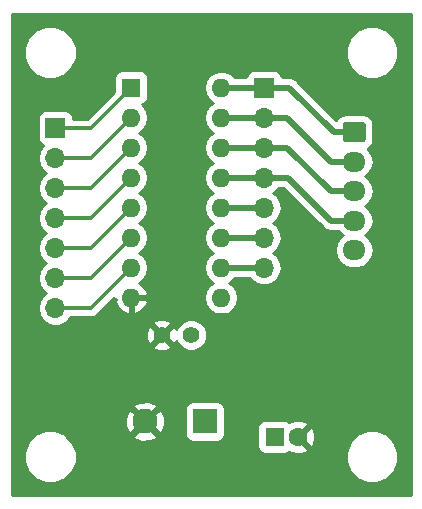
<source format=gbr>
G04 #@! TF.GenerationSoftware,KiCad,Pcbnew,5.0.1*
G04 #@! TF.CreationDate,2019-01-27T14:18:01-03:00*
G04 #@! TF.ProjectId,StepperDriver,537465707065724472697665722E6B69,1.0*
G04 #@! TF.SameCoordinates,Original*
G04 #@! TF.FileFunction,Copper,L2,Bot,Signal*
G04 #@! TF.FilePolarity,Positive*
%FSLAX46Y46*%
G04 Gerber Fmt 4.6, Leading zero omitted, Abs format (unit mm)*
G04 Created by KiCad (PCBNEW 5.0.1) date Sun 27 Jan 2019 14:18:01 -03*
%MOMM*%
%LPD*%
G01*
G04 APERTURE LIST*
G04 #@! TA.AperFunction,ComponentPad*
%ADD10R,1.700000X1.700000*%
G04 #@! TD*
G04 #@! TA.AperFunction,ComponentPad*
%ADD11O,1.700000X1.700000*%
G04 #@! TD*
G04 #@! TA.AperFunction,ComponentPad*
%ADD12R,1.600000X1.600000*%
G04 #@! TD*
G04 #@! TA.AperFunction,ComponentPad*
%ADD13O,1.600000X1.600000*%
G04 #@! TD*
G04 #@! TA.AperFunction,ComponentPad*
%ADD14C,1.400000*%
G04 #@! TD*
G04 #@! TA.AperFunction,ComponentPad*
%ADD15R,2.100000X2.100000*%
G04 #@! TD*
G04 #@! TA.AperFunction,ComponentPad*
%ADD16C,2.100000*%
G04 #@! TD*
G04 #@! TA.AperFunction,Conductor*
%ADD17C,0.100000*%
G04 #@! TD*
G04 #@! TA.AperFunction,ComponentPad*
%ADD18C,1.700000*%
G04 #@! TD*
G04 #@! TA.AperFunction,ComponentPad*
%ADD19O,1.950000X1.700000*%
G04 #@! TD*
G04 #@! TA.AperFunction,ComponentPad*
%ADD20C,1.600000*%
G04 #@! TD*
G04 #@! TA.AperFunction,Conductor*
%ADD21C,0.300000*%
G04 #@! TD*
G04 #@! TA.AperFunction,Conductor*
%ADD22C,0.500000*%
G04 #@! TD*
G04 #@! TA.AperFunction,Conductor*
%ADD23C,0.254000*%
G04 #@! TD*
G04 APERTURE END LIST*
D10*
G04 #@! TO.P,J1,1*
G04 #@! TO.N,Net-(J1-Pad1)*
X134700000Y-91910000D03*
D11*
G04 #@! TO.P,J1,2*
G04 #@! TO.N,Net-(J1-Pad2)*
X134700000Y-94450000D03*
G04 #@! TO.P,J1,3*
G04 #@! TO.N,Net-(J1-Pad3)*
X134700000Y-96990000D03*
G04 #@! TO.P,J1,4*
G04 #@! TO.N,Net-(J1-Pad4)*
X134700000Y-99530000D03*
G04 #@! TO.P,J1,5*
G04 #@! TO.N,Net-(J1-Pad5)*
X134700000Y-102070000D03*
G04 #@! TO.P,J1,6*
G04 #@! TO.N,Net-(J1-Pad6)*
X134700000Y-104610000D03*
G04 #@! TO.P,J1,7*
G04 #@! TO.N,Net-(J1-Pad7)*
X134700000Y-107150000D03*
G04 #@! TD*
D12*
G04 #@! TO.P,U1,1*
G04 #@! TO.N,Net-(J1-Pad1)*
X141110000Y-88485000D03*
D13*
G04 #@! TO.P,U1,9*
G04 #@! TO.N,MOTOR_PWR*
X148730000Y-106265000D03*
G04 #@! TO.P,U1,2*
G04 #@! TO.N,Net-(J1-Pad2)*
X141110000Y-91025000D03*
G04 #@! TO.P,U1,10*
G04 #@! TO.N,Net-(J4-Pad7)*
X148730000Y-103725000D03*
G04 #@! TO.P,U1,3*
G04 #@! TO.N,Net-(J1-Pad3)*
X141110000Y-93565000D03*
G04 #@! TO.P,U1,11*
G04 #@! TO.N,Net-(J4-Pad6)*
X148730000Y-101185000D03*
G04 #@! TO.P,U1,4*
G04 #@! TO.N,Net-(J1-Pad4)*
X141110000Y-96105000D03*
G04 #@! TO.P,U1,12*
G04 #@! TO.N,Net-(J4-Pad5)*
X148730000Y-98645000D03*
G04 #@! TO.P,U1,5*
G04 #@! TO.N,Net-(J1-Pad5)*
X141110000Y-98645000D03*
G04 #@! TO.P,U1,13*
G04 #@! TO.N,Net-(J3-Pad4)*
X148730000Y-96105000D03*
G04 #@! TO.P,U1,6*
G04 #@! TO.N,Net-(J1-Pad6)*
X141110000Y-101185000D03*
G04 #@! TO.P,U1,14*
G04 #@! TO.N,Net-(J3-Pad3)*
X148730000Y-93565000D03*
G04 #@! TO.P,U1,7*
G04 #@! TO.N,Net-(J1-Pad7)*
X141110000Y-103725000D03*
G04 #@! TO.P,U1,15*
G04 #@! TO.N,Net-(J3-Pad2)*
X148730000Y-91025000D03*
G04 #@! TO.P,U1,8*
G04 #@! TO.N,GND*
X141110000Y-106265000D03*
G04 #@! TO.P,U1,16*
G04 #@! TO.N,Net-(J3-Pad1)*
X148730000Y-88485000D03*
G04 #@! TD*
D14*
G04 #@! TO.P,C2,1*
G04 #@! TO.N,MOTOR_PWR*
X146190000Y-109440000D03*
G04 #@! TO.P,C2,2*
G04 #@! TO.N,GND*
X143690000Y-109440000D03*
G04 #@! TD*
D11*
G04 #@! TO.P,J4,7*
G04 #@! TO.N,Net-(J4-Pad7)*
X152354000Y-103725000D03*
G04 #@! TO.P,J4,6*
G04 #@! TO.N,Net-(J4-Pad6)*
X152354000Y-101185000D03*
G04 #@! TO.P,J4,5*
G04 #@! TO.N,Net-(J4-Pad5)*
X152354000Y-98645000D03*
G04 #@! TO.P,J4,4*
G04 #@! TO.N,Net-(J3-Pad4)*
X152354000Y-96105000D03*
G04 #@! TO.P,J4,3*
G04 #@! TO.N,Net-(J3-Pad3)*
X152354000Y-93565000D03*
G04 #@! TO.P,J4,2*
G04 #@! TO.N,Net-(J3-Pad2)*
X152354000Y-91025000D03*
D10*
G04 #@! TO.P,J4,1*
G04 #@! TO.N,Net-(J3-Pad1)*
X152354000Y-88485000D03*
G04 #@! TD*
D15*
G04 #@! TO.P,J2,1*
G04 #@! TO.N,MOTOR_PWR*
X147360000Y-116760000D03*
D16*
G04 #@! TO.P,J2,2*
G04 #@! TO.N,GND*
X142280000Y-116760000D03*
G04 #@! TD*
D17*
G04 #@! TO.N,Net-(J3-Pad1)*
G04 #@! TO.C,J3*
G36*
X160749504Y-91401204D02*
X160773773Y-91404804D01*
X160797571Y-91410765D01*
X160820671Y-91419030D01*
X160842849Y-91429520D01*
X160863893Y-91442133D01*
X160883598Y-91456747D01*
X160901777Y-91473223D01*
X160918253Y-91491402D01*
X160932867Y-91511107D01*
X160945480Y-91532151D01*
X160955970Y-91554329D01*
X160964235Y-91577429D01*
X160970196Y-91601227D01*
X160973796Y-91625496D01*
X160975000Y-91650000D01*
X160975000Y-92850000D01*
X160973796Y-92874504D01*
X160970196Y-92898773D01*
X160964235Y-92922571D01*
X160955970Y-92945671D01*
X160945480Y-92967849D01*
X160932867Y-92988893D01*
X160918253Y-93008598D01*
X160901777Y-93026777D01*
X160883598Y-93043253D01*
X160863893Y-93057867D01*
X160842849Y-93070480D01*
X160820671Y-93080970D01*
X160797571Y-93089235D01*
X160773773Y-93095196D01*
X160749504Y-93098796D01*
X160725000Y-93100000D01*
X159275000Y-93100000D01*
X159250496Y-93098796D01*
X159226227Y-93095196D01*
X159202429Y-93089235D01*
X159179329Y-93080970D01*
X159157151Y-93070480D01*
X159136107Y-93057867D01*
X159116402Y-93043253D01*
X159098223Y-93026777D01*
X159081747Y-93008598D01*
X159067133Y-92988893D01*
X159054520Y-92967849D01*
X159044030Y-92945671D01*
X159035765Y-92922571D01*
X159029804Y-92898773D01*
X159026204Y-92874504D01*
X159025000Y-92850000D01*
X159025000Y-91650000D01*
X159026204Y-91625496D01*
X159029804Y-91601227D01*
X159035765Y-91577429D01*
X159044030Y-91554329D01*
X159054520Y-91532151D01*
X159067133Y-91511107D01*
X159081747Y-91491402D01*
X159098223Y-91473223D01*
X159116402Y-91456747D01*
X159136107Y-91442133D01*
X159157151Y-91429520D01*
X159179329Y-91419030D01*
X159202429Y-91410765D01*
X159226227Y-91404804D01*
X159250496Y-91401204D01*
X159275000Y-91400000D01*
X160725000Y-91400000D01*
X160749504Y-91401204D01*
X160749504Y-91401204D01*
G37*
D18*
G04 #@! TD*
G04 #@! TO.P,J3,1*
G04 #@! TO.N,Net-(J3-Pad1)*
X160000000Y-92250000D03*
D19*
G04 #@! TO.P,J3,2*
G04 #@! TO.N,Net-(J3-Pad2)*
X160000000Y-94750000D03*
G04 #@! TO.P,J3,3*
G04 #@! TO.N,Net-(J3-Pad3)*
X160000000Y-97250000D03*
G04 #@! TO.P,J3,4*
G04 #@! TO.N,Net-(J3-Pad4)*
X160000000Y-99750000D03*
G04 #@! TO.P,J3,5*
G04 #@! TO.N,MOTOR_PWR*
X160000000Y-102250000D03*
G04 #@! TD*
D12*
G04 #@! TO.P,C1,1*
G04 #@! TO.N,MOTOR_PWR*
X153250000Y-118050000D03*
D20*
G04 #@! TO.P,C1,2*
G04 #@! TO.N,GND*
X155250000Y-118050000D03*
G04 #@! TD*
D21*
G04 #@! TO.N,Net-(J1-Pad2)*
X134700000Y-94450000D02*
X137685000Y-94450000D01*
X137685000Y-94450000D02*
X141110000Y-91025000D01*
G04 #@! TO.N,Net-(J1-Pad3)*
X134700000Y-96990000D02*
X137685000Y-96990000D01*
X137685000Y-96990000D02*
X141110000Y-93565000D01*
G04 #@! TO.N,Net-(J1-Pad4)*
X134700000Y-99530000D02*
X137685000Y-99530000D01*
X137685000Y-99530000D02*
X141110000Y-96105000D01*
G04 #@! TO.N,Net-(J1-Pad5)*
X137685000Y-102070000D02*
X141110000Y-98645000D01*
X134700000Y-102070000D02*
X137685000Y-102070000D01*
G04 #@! TO.N,Net-(J1-Pad6)*
X134700000Y-104610000D02*
X137685000Y-104610000D01*
X137685000Y-104610000D02*
X141110000Y-101185000D01*
G04 #@! TO.N,Net-(J1-Pad7)*
X137685000Y-107150000D02*
X141110000Y-103725000D01*
X134700000Y-107150000D02*
X137685000Y-107150000D01*
D22*
G04 #@! TO.N,Net-(J3-Pad1)*
X148730000Y-88485000D02*
X152354000Y-88485000D01*
X158250000Y-92250000D02*
X160000000Y-92250000D01*
X152354000Y-88485000D02*
X154485000Y-88485000D01*
X154485000Y-88485000D02*
X158250000Y-92250000D01*
G04 #@! TO.N,Net-(J3-Pad2)*
X148730000Y-91025000D02*
X152354000Y-91025000D01*
X152354000Y-91025000D02*
X154275000Y-91025000D01*
X154275000Y-91025000D02*
X158000000Y-94750000D01*
X158000000Y-94750000D02*
X160000000Y-94750000D01*
G04 #@! TO.N,Net-(J3-Pad3)*
X148730000Y-93565000D02*
X152354000Y-93565000D01*
X152354000Y-93565000D02*
X154315000Y-93565000D01*
X158000000Y-97250000D02*
X160000000Y-97250000D01*
X154315000Y-93565000D02*
X158000000Y-97250000D01*
G04 #@! TO.N,Net-(J3-Pad4)*
X148730000Y-96105000D02*
X152354000Y-96105000D01*
X158000000Y-99750000D02*
X160000000Y-99750000D01*
X152354000Y-96105000D02*
X154355000Y-96105000D01*
X154355000Y-96105000D02*
X158000000Y-99750000D01*
G04 #@! TO.N,Net-(J4-Pad5)*
X148730000Y-98645000D02*
X152354000Y-98645000D01*
G04 #@! TO.N,Net-(J4-Pad6)*
X148730000Y-101185000D02*
X152354000Y-101185000D01*
G04 #@! TO.N,Net-(J4-Pad7)*
X148730000Y-103725000D02*
X152354000Y-103725000D01*
D21*
G04 #@! TO.N,Net-(J1-Pad1)*
X134700000Y-91910000D02*
X137685000Y-91910000D01*
X137685000Y-91910000D02*
X141110000Y-88485000D01*
G04 #@! TD*
D23*
G04 #@! TO.N,GND*
G36*
X164765001Y-123015000D02*
X130985000Y-123015000D01*
X130985000Y-119305431D01*
X132015000Y-119305431D01*
X132015000Y-120194569D01*
X132355259Y-121016026D01*
X132983974Y-121644741D01*
X133805431Y-121985000D01*
X134694569Y-121985000D01*
X135516026Y-121644741D01*
X136144741Y-121016026D01*
X136485000Y-120194569D01*
X136485000Y-119305431D01*
X136144741Y-118483974D01*
X135609470Y-117948703D01*
X141270902Y-117948703D01*
X141375687Y-118220745D01*
X142003526Y-118455619D01*
X142673456Y-118432349D01*
X143184313Y-118220745D01*
X143289098Y-117948703D01*
X142280000Y-116939605D01*
X141270902Y-117948703D01*
X135609470Y-117948703D01*
X135516026Y-117855259D01*
X134694569Y-117515000D01*
X133805431Y-117515000D01*
X132983974Y-117855259D01*
X132355259Y-118483974D01*
X132015000Y-119305431D01*
X130985000Y-119305431D01*
X130985000Y-116483526D01*
X140584381Y-116483526D01*
X140607651Y-117153456D01*
X140819255Y-117664313D01*
X141091297Y-117769098D01*
X142100395Y-116760000D01*
X142459605Y-116760000D01*
X143468703Y-117769098D01*
X143740745Y-117664313D01*
X143975619Y-117036474D01*
X143952349Y-116366544D01*
X143740745Y-115855687D01*
X143468703Y-115750902D01*
X142459605Y-116760000D01*
X142100395Y-116760000D01*
X141091297Y-115750902D01*
X140819255Y-115855687D01*
X140584381Y-116483526D01*
X130985000Y-116483526D01*
X130985000Y-115571297D01*
X141270902Y-115571297D01*
X142280000Y-116580395D01*
X143150395Y-115710000D01*
X145662560Y-115710000D01*
X145662560Y-117810000D01*
X145711843Y-118057765D01*
X145852191Y-118267809D01*
X146062235Y-118408157D01*
X146310000Y-118457440D01*
X148410000Y-118457440D01*
X148657765Y-118408157D01*
X148867809Y-118267809D01*
X149008157Y-118057765D01*
X149057440Y-117810000D01*
X149057440Y-117250000D01*
X151802560Y-117250000D01*
X151802560Y-118850000D01*
X151851843Y-119097765D01*
X151992191Y-119307809D01*
X152202235Y-119448157D01*
X152450000Y-119497440D01*
X154050000Y-119497440D01*
X154297765Y-119448157D01*
X154507516Y-119308005D01*
X155033223Y-119496965D01*
X155603454Y-119469778D01*
X156000221Y-119305431D01*
X159265000Y-119305431D01*
X159265000Y-120194569D01*
X159605259Y-121016026D01*
X160233974Y-121644741D01*
X161055431Y-121985000D01*
X161944569Y-121985000D01*
X162766026Y-121644741D01*
X163394741Y-121016026D01*
X163735000Y-120194569D01*
X163735000Y-119305431D01*
X163394741Y-118483974D01*
X162766026Y-117855259D01*
X161944569Y-117515000D01*
X161055431Y-117515000D01*
X160233974Y-117855259D01*
X159605259Y-118483974D01*
X159265000Y-119305431D01*
X156000221Y-119305431D01*
X156004005Y-119303864D01*
X156078139Y-119057745D01*
X155250000Y-118229605D01*
X155235858Y-118243748D01*
X155056253Y-118064143D01*
X155070395Y-118050000D01*
X155429605Y-118050000D01*
X156257745Y-118878139D01*
X156503864Y-118804005D01*
X156696965Y-118266777D01*
X156669778Y-117696546D01*
X156503864Y-117295995D01*
X156257745Y-117221861D01*
X155429605Y-118050000D01*
X155070395Y-118050000D01*
X155056253Y-118035858D01*
X155235858Y-117856252D01*
X155250000Y-117870395D01*
X156078139Y-117042255D01*
X156004005Y-116796136D01*
X155466777Y-116603035D01*
X154896546Y-116630222D01*
X154506933Y-116791605D01*
X154297765Y-116651843D01*
X154050000Y-116602560D01*
X152450000Y-116602560D01*
X152202235Y-116651843D01*
X151992191Y-116792191D01*
X151851843Y-117002235D01*
X151802560Y-117250000D01*
X149057440Y-117250000D01*
X149057440Y-115710000D01*
X149008157Y-115462235D01*
X148867809Y-115252191D01*
X148657765Y-115111843D01*
X148410000Y-115062560D01*
X146310000Y-115062560D01*
X146062235Y-115111843D01*
X145852191Y-115252191D01*
X145711843Y-115462235D01*
X145662560Y-115710000D01*
X143150395Y-115710000D01*
X143289098Y-115571297D01*
X143184313Y-115299255D01*
X142556474Y-115064381D01*
X141886544Y-115087651D01*
X141375687Y-115299255D01*
X141270902Y-115571297D01*
X130985000Y-115571297D01*
X130985000Y-110375275D01*
X142934331Y-110375275D01*
X142996169Y-110611042D01*
X143497122Y-110787419D01*
X144027440Y-110758664D01*
X144383831Y-110611042D01*
X144445669Y-110375275D01*
X143690000Y-109619605D01*
X142934331Y-110375275D01*
X130985000Y-110375275D01*
X130985000Y-109247122D01*
X142342581Y-109247122D01*
X142371336Y-109777440D01*
X142518958Y-110133831D01*
X142754725Y-110195669D01*
X143510395Y-109440000D01*
X143869605Y-109440000D01*
X144625275Y-110195669D01*
X144861042Y-110133831D01*
X144939775Y-109910212D01*
X145058242Y-110196217D01*
X145433783Y-110571758D01*
X145924452Y-110775000D01*
X146455548Y-110775000D01*
X146946217Y-110571758D01*
X147321758Y-110196217D01*
X147525000Y-109705548D01*
X147525000Y-109174452D01*
X147321758Y-108683783D01*
X146946217Y-108308242D01*
X146455548Y-108105000D01*
X145924452Y-108105000D01*
X145433783Y-108308242D01*
X145058242Y-108683783D01*
X144946721Y-108953017D01*
X144861042Y-108746169D01*
X144625275Y-108684331D01*
X143869605Y-109440000D01*
X143510395Y-109440000D01*
X142754725Y-108684331D01*
X142518958Y-108746169D01*
X142342581Y-109247122D01*
X130985000Y-109247122D01*
X130985000Y-94450000D01*
X133185908Y-94450000D01*
X133301161Y-95029418D01*
X133629375Y-95520625D01*
X133927761Y-95720000D01*
X133629375Y-95919375D01*
X133301161Y-96410582D01*
X133185908Y-96990000D01*
X133301161Y-97569418D01*
X133629375Y-98060625D01*
X133927761Y-98260000D01*
X133629375Y-98459375D01*
X133301161Y-98950582D01*
X133185908Y-99530000D01*
X133301161Y-100109418D01*
X133629375Y-100600625D01*
X133927761Y-100800000D01*
X133629375Y-100999375D01*
X133301161Y-101490582D01*
X133185908Y-102070000D01*
X133301161Y-102649418D01*
X133629375Y-103140625D01*
X133927761Y-103340000D01*
X133629375Y-103539375D01*
X133301161Y-104030582D01*
X133185908Y-104610000D01*
X133301161Y-105189418D01*
X133629375Y-105680625D01*
X133927761Y-105880000D01*
X133629375Y-106079375D01*
X133301161Y-106570582D01*
X133185908Y-107150000D01*
X133301161Y-107729418D01*
X133629375Y-108220625D01*
X134120582Y-108548839D01*
X134553744Y-108635000D01*
X134846256Y-108635000D01*
X135279418Y-108548839D01*
X135345439Y-108504725D01*
X142934331Y-108504725D01*
X143690000Y-109260395D01*
X144445669Y-108504725D01*
X144383831Y-108268958D01*
X143882878Y-108092581D01*
X143352560Y-108121336D01*
X142996169Y-108268958D01*
X142934331Y-108504725D01*
X135345439Y-108504725D01*
X135770625Y-108220625D01*
X135961474Y-107935000D01*
X137607688Y-107935000D01*
X137685000Y-107950378D01*
X137762312Y-107935000D01*
X137762316Y-107935000D01*
X137991292Y-107889454D01*
X138250953Y-107715953D01*
X138294749Y-107650408D01*
X139675000Y-106270157D01*
X139675000Y-106392002D01*
X139840084Y-106392002D01*
X139718096Y-106614039D01*
X139878959Y-107002423D01*
X140254866Y-107417389D01*
X140760959Y-107656914D01*
X140983000Y-107535629D01*
X140983000Y-106392000D01*
X141237000Y-106392000D01*
X141237000Y-107535629D01*
X141459041Y-107656914D01*
X141965134Y-107417389D01*
X142341041Y-107002423D01*
X142501904Y-106614039D01*
X142379915Y-106392000D01*
X141237000Y-106392000D01*
X140983000Y-106392000D01*
X140963000Y-106392000D01*
X140963000Y-106138000D01*
X140983000Y-106138000D01*
X140983000Y-106118000D01*
X141237000Y-106118000D01*
X141237000Y-106138000D01*
X142379915Y-106138000D01*
X142501904Y-105915961D01*
X142341041Y-105527577D01*
X141965134Y-105112611D01*
X141760892Y-105015947D01*
X142144577Y-104759577D01*
X142461740Y-104284909D01*
X142573113Y-103725000D01*
X142461740Y-103165091D01*
X142144577Y-102690423D01*
X141792242Y-102455000D01*
X142144577Y-102219577D01*
X142461740Y-101744909D01*
X142573113Y-101185000D01*
X142461740Y-100625091D01*
X142144577Y-100150423D01*
X141792242Y-99915000D01*
X142144577Y-99679577D01*
X142461740Y-99204909D01*
X142573113Y-98645000D01*
X142461740Y-98085091D01*
X142144577Y-97610423D01*
X141792242Y-97375000D01*
X142144577Y-97139577D01*
X142461740Y-96664909D01*
X142573113Y-96105000D01*
X142461740Y-95545091D01*
X142144577Y-95070423D01*
X141792242Y-94835000D01*
X142144577Y-94599577D01*
X142461740Y-94124909D01*
X142573113Y-93565000D01*
X142461740Y-93005091D01*
X142144577Y-92530423D01*
X141792242Y-92295000D01*
X142144577Y-92059577D01*
X142461740Y-91584909D01*
X142573113Y-91025000D01*
X142461740Y-90465091D01*
X142144577Y-89990423D01*
X142023894Y-89909785D01*
X142157765Y-89883157D01*
X142367809Y-89742809D01*
X142508157Y-89532765D01*
X142557440Y-89285000D01*
X142557440Y-88485000D01*
X147266887Y-88485000D01*
X147378260Y-89044909D01*
X147695423Y-89519577D01*
X148047758Y-89755000D01*
X147695423Y-89990423D01*
X147378260Y-90465091D01*
X147266887Y-91025000D01*
X147378260Y-91584909D01*
X147695423Y-92059577D01*
X148047758Y-92295000D01*
X147695423Y-92530423D01*
X147378260Y-93005091D01*
X147266887Y-93565000D01*
X147378260Y-94124909D01*
X147695423Y-94599577D01*
X148047758Y-94835000D01*
X147695423Y-95070423D01*
X147378260Y-95545091D01*
X147266887Y-96105000D01*
X147378260Y-96664909D01*
X147695423Y-97139577D01*
X148047758Y-97375000D01*
X147695423Y-97610423D01*
X147378260Y-98085091D01*
X147266887Y-98645000D01*
X147378260Y-99204909D01*
X147695423Y-99679577D01*
X148047758Y-99915000D01*
X147695423Y-100150423D01*
X147378260Y-100625091D01*
X147266887Y-101185000D01*
X147378260Y-101744909D01*
X147695423Y-102219577D01*
X148047758Y-102455000D01*
X147695423Y-102690423D01*
X147378260Y-103165091D01*
X147266887Y-103725000D01*
X147378260Y-104284909D01*
X147695423Y-104759577D01*
X148047758Y-104995000D01*
X147695423Y-105230423D01*
X147378260Y-105705091D01*
X147266887Y-106265000D01*
X147378260Y-106824909D01*
X147695423Y-107299577D01*
X148170091Y-107616740D01*
X148588667Y-107700000D01*
X148871333Y-107700000D01*
X149289909Y-107616740D01*
X149764577Y-107299577D01*
X150081740Y-106824909D01*
X150193113Y-106265000D01*
X150081740Y-105705091D01*
X149764577Y-105230423D01*
X149412242Y-104995000D01*
X149764577Y-104759577D01*
X149864521Y-104610000D01*
X151159344Y-104610000D01*
X151283375Y-104795625D01*
X151774582Y-105123839D01*
X152207744Y-105210000D01*
X152500256Y-105210000D01*
X152933418Y-105123839D01*
X153424625Y-104795625D01*
X153752839Y-104304418D01*
X153868092Y-103725000D01*
X153752839Y-103145582D01*
X153424625Y-102654375D01*
X153126239Y-102455000D01*
X153424625Y-102255625D01*
X153752839Y-101764418D01*
X153868092Y-101185000D01*
X153752839Y-100605582D01*
X153424625Y-100114375D01*
X153126239Y-99915000D01*
X153424625Y-99715625D01*
X153752839Y-99224418D01*
X153868092Y-98645000D01*
X153752839Y-98065582D01*
X153424625Y-97574375D01*
X153126239Y-97375000D01*
X153424625Y-97175625D01*
X153548656Y-96990000D01*
X153988422Y-96990000D01*
X157312577Y-100314156D01*
X157361951Y-100388049D01*
X157435844Y-100437423D01*
X157435845Y-100437424D01*
X157448002Y-100445547D01*
X157654690Y-100583652D01*
X157912835Y-100635000D01*
X157912839Y-100635000D01*
X157999999Y-100652337D01*
X158087159Y-100635000D01*
X158680344Y-100635000D01*
X158804375Y-100820625D01*
X159072829Y-101000000D01*
X158804375Y-101179375D01*
X158476161Y-101670582D01*
X158360908Y-102250000D01*
X158476161Y-102829418D01*
X158804375Y-103320625D01*
X159295582Y-103648839D01*
X159728744Y-103735000D01*
X160271256Y-103735000D01*
X160704418Y-103648839D01*
X161195625Y-103320625D01*
X161523839Y-102829418D01*
X161639092Y-102250000D01*
X161523839Y-101670582D01*
X161195625Y-101179375D01*
X160927171Y-101000000D01*
X161195625Y-100820625D01*
X161523839Y-100329418D01*
X161639092Y-99750000D01*
X161523839Y-99170582D01*
X161195625Y-98679375D01*
X160927171Y-98500000D01*
X161195625Y-98320625D01*
X161523839Y-97829418D01*
X161639092Y-97250000D01*
X161523839Y-96670582D01*
X161195625Y-96179375D01*
X160927171Y-96000000D01*
X161195625Y-95820625D01*
X161523839Y-95329418D01*
X161639092Y-94750000D01*
X161523839Y-94170582D01*
X161195625Y-93679375D01*
X161131844Y-93636758D01*
X161359586Y-93484586D01*
X161554126Y-93193435D01*
X161622440Y-92850000D01*
X161622440Y-91650000D01*
X161554126Y-91306565D01*
X161359586Y-91015414D01*
X161068435Y-90820874D01*
X160725000Y-90752560D01*
X159275000Y-90752560D01*
X158931565Y-90820874D01*
X158640414Y-91015414D01*
X158490843Y-91239264D01*
X155172425Y-87920847D01*
X155123049Y-87846951D01*
X154830310Y-87651348D01*
X154572165Y-87600000D01*
X154572161Y-87600000D01*
X154485000Y-87582663D01*
X154397839Y-87600000D01*
X153844478Y-87600000D01*
X153802157Y-87387235D01*
X153661809Y-87177191D01*
X153451765Y-87036843D01*
X153204000Y-86987560D01*
X151504000Y-86987560D01*
X151256235Y-87036843D01*
X151046191Y-87177191D01*
X150905843Y-87387235D01*
X150863522Y-87600000D01*
X149864521Y-87600000D01*
X149764577Y-87450423D01*
X149289909Y-87133260D01*
X148871333Y-87050000D01*
X148588667Y-87050000D01*
X148170091Y-87133260D01*
X147695423Y-87450423D01*
X147378260Y-87925091D01*
X147266887Y-88485000D01*
X142557440Y-88485000D01*
X142557440Y-87685000D01*
X142508157Y-87437235D01*
X142367809Y-87227191D01*
X142157765Y-87086843D01*
X141910000Y-87037560D01*
X140310000Y-87037560D01*
X140062235Y-87086843D01*
X139852191Y-87227191D01*
X139711843Y-87437235D01*
X139662560Y-87685000D01*
X139662560Y-88822282D01*
X137359843Y-91125000D01*
X136197440Y-91125000D01*
X136197440Y-91060000D01*
X136148157Y-90812235D01*
X136007809Y-90602191D01*
X135797765Y-90461843D01*
X135550000Y-90412560D01*
X133850000Y-90412560D01*
X133602235Y-90461843D01*
X133392191Y-90602191D01*
X133251843Y-90812235D01*
X133202560Y-91060000D01*
X133202560Y-92760000D01*
X133251843Y-93007765D01*
X133392191Y-93217809D01*
X133602235Y-93358157D01*
X133647619Y-93367184D01*
X133629375Y-93379375D01*
X133301161Y-93870582D01*
X133185908Y-94450000D01*
X130985000Y-94450000D01*
X130985000Y-85055431D01*
X132015000Y-85055431D01*
X132015000Y-85944569D01*
X132355259Y-86766026D01*
X132983974Y-87394741D01*
X133805431Y-87735000D01*
X134694569Y-87735000D01*
X135516026Y-87394741D01*
X136144741Y-86766026D01*
X136485000Y-85944569D01*
X136485000Y-85055431D01*
X159265000Y-85055431D01*
X159265000Y-85944569D01*
X159605259Y-86766026D01*
X160233974Y-87394741D01*
X161055431Y-87735000D01*
X161944569Y-87735000D01*
X162766026Y-87394741D01*
X163394741Y-86766026D01*
X163735000Y-85944569D01*
X163735000Y-85055431D01*
X163394741Y-84233974D01*
X162766026Y-83605259D01*
X161944569Y-83265000D01*
X161055431Y-83265000D01*
X160233974Y-83605259D01*
X159605259Y-84233974D01*
X159265000Y-85055431D01*
X136485000Y-85055431D01*
X136144741Y-84233974D01*
X135516026Y-83605259D01*
X134694569Y-83265000D01*
X133805431Y-83265000D01*
X132983974Y-83605259D01*
X132355259Y-84233974D01*
X132015000Y-85055431D01*
X130985000Y-85055431D01*
X130985000Y-82235000D01*
X164765000Y-82235000D01*
X164765001Y-123015000D01*
X164765001Y-123015000D01*
G37*
X164765001Y-123015000D02*
X130985000Y-123015000D01*
X130985000Y-119305431D01*
X132015000Y-119305431D01*
X132015000Y-120194569D01*
X132355259Y-121016026D01*
X132983974Y-121644741D01*
X133805431Y-121985000D01*
X134694569Y-121985000D01*
X135516026Y-121644741D01*
X136144741Y-121016026D01*
X136485000Y-120194569D01*
X136485000Y-119305431D01*
X136144741Y-118483974D01*
X135609470Y-117948703D01*
X141270902Y-117948703D01*
X141375687Y-118220745D01*
X142003526Y-118455619D01*
X142673456Y-118432349D01*
X143184313Y-118220745D01*
X143289098Y-117948703D01*
X142280000Y-116939605D01*
X141270902Y-117948703D01*
X135609470Y-117948703D01*
X135516026Y-117855259D01*
X134694569Y-117515000D01*
X133805431Y-117515000D01*
X132983974Y-117855259D01*
X132355259Y-118483974D01*
X132015000Y-119305431D01*
X130985000Y-119305431D01*
X130985000Y-116483526D01*
X140584381Y-116483526D01*
X140607651Y-117153456D01*
X140819255Y-117664313D01*
X141091297Y-117769098D01*
X142100395Y-116760000D01*
X142459605Y-116760000D01*
X143468703Y-117769098D01*
X143740745Y-117664313D01*
X143975619Y-117036474D01*
X143952349Y-116366544D01*
X143740745Y-115855687D01*
X143468703Y-115750902D01*
X142459605Y-116760000D01*
X142100395Y-116760000D01*
X141091297Y-115750902D01*
X140819255Y-115855687D01*
X140584381Y-116483526D01*
X130985000Y-116483526D01*
X130985000Y-115571297D01*
X141270902Y-115571297D01*
X142280000Y-116580395D01*
X143150395Y-115710000D01*
X145662560Y-115710000D01*
X145662560Y-117810000D01*
X145711843Y-118057765D01*
X145852191Y-118267809D01*
X146062235Y-118408157D01*
X146310000Y-118457440D01*
X148410000Y-118457440D01*
X148657765Y-118408157D01*
X148867809Y-118267809D01*
X149008157Y-118057765D01*
X149057440Y-117810000D01*
X149057440Y-117250000D01*
X151802560Y-117250000D01*
X151802560Y-118850000D01*
X151851843Y-119097765D01*
X151992191Y-119307809D01*
X152202235Y-119448157D01*
X152450000Y-119497440D01*
X154050000Y-119497440D01*
X154297765Y-119448157D01*
X154507516Y-119308005D01*
X155033223Y-119496965D01*
X155603454Y-119469778D01*
X156000221Y-119305431D01*
X159265000Y-119305431D01*
X159265000Y-120194569D01*
X159605259Y-121016026D01*
X160233974Y-121644741D01*
X161055431Y-121985000D01*
X161944569Y-121985000D01*
X162766026Y-121644741D01*
X163394741Y-121016026D01*
X163735000Y-120194569D01*
X163735000Y-119305431D01*
X163394741Y-118483974D01*
X162766026Y-117855259D01*
X161944569Y-117515000D01*
X161055431Y-117515000D01*
X160233974Y-117855259D01*
X159605259Y-118483974D01*
X159265000Y-119305431D01*
X156000221Y-119305431D01*
X156004005Y-119303864D01*
X156078139Y-119057745D01*
X155250000Y-118229605D01*
X155235858Y-118243748D01*
X155056253Y-118064143D01*
X155070395Y-118050000D01*
X155429605Y-118050000D01*
X156257745Y-118878139D01*
X156503864Y-118804005D01*
X156696965Y-118266777D01*
X156669778Y-117696546D01*
X156503864Y-117295995D01*
X156257745Y-117221861D01*
X155429605Y-118050000D01*
X155070395Y-118050000D01*
X155056253Y-118035858D01*
X155235858Y-117856252D01*
X155250000Y-117870395D01*
X156078139Y-117042255D01*
X156004005Y-116796136D01*
X155466777Y-116603035D01*
X154896546Y-116630222D01*
X154506933Y-116791605D01*
X154297765Y-116651843D01*
X154050000Y-116602560D01*
X152450000Y-116602560D01*
X152202235Y-116651843D01*
X151992191Y-116792191D01*
X151851843Y-117002235D01*
X151802560Y-117250000D01*
X149057440Y-117250000D01*
X149057440Y-115710000D01*
X149008157Y-115462235D01*
X148867809Y-115252191D01*
X148657765Y-115111843D01*
X148410000Y-115062560D01*
X146310000Y-115062560D01*
X146062235Y-115111843D01*
X145852191Y-115252191D01*
X145711843Y-115462235D01*
X145662560Y-115710000D01*
X143150395Y-115710000D01*
X143289098Y-115571297D01*
X143184313Y-115299255D01*
X142556474Y-115064381D01*
X141886544Y-115087651D01*
X141375687Y-115299255D01*
X141270902Y-115571297D01*
X130985000Y-115571297D01*
X130985000Y-110375275D01*
X142934331Y-110375275D01*
X142996169Y-110611042D01*
X143497122Y-110787419D01*
X144027440Y-110758664D01*
X144383831Y-110611042D01*
X144445669Y-110375275D01*
X143690000Y-109619605D01*
X142934331Y-110375275D01*
X130985000Y-110375275D01*
X130985000Y-109247122D01*
X142342581Y-109247122D01*
X142371336Y-109777440D01*
X142518958Y-110133831D01*
X142754725Y-110195669D01*
X143510395Y-109440000D01*
X143869605Y-109440000D01*
X144625275Y-110195669D01*
X144861042Y-110133831D01*
X144939775Y-109910212D01*
X145058242Y-110196217D01*
X145433783Y-110571758D01*
X145924452Y-110775000D01*
X146455548Y-110775000D01*
X146946217Y-110571758D01*
X147321758Y-110196217D01*
X147525000Y-109705548D01*
X147525000Y-109174452D01*
X147321758Y-108683783D01*
X146946217Y-108308242D01*
X146455548Y-108105000D01*
X145924452Y-108105000D01*
X145433783Y-108308242D01*
X145058242Y-108683783D01*
X144946721Y-108953017D01*
X144861042Y-108746169D01*
X144625275Y-108684331D01*
X143869605Y-109440000D01*
X143510395Y-109440000D01*
X142754725Y-108684331D01*
X142518958Y-108746169D01*
X142342581Y-109247122D01*
X130985000Y-109247122D01*
X130985000Y-94450000D01*
X133185908Y-94450000D01*
X133301161Y-95029418D01*
X133629375Y-95520625D01*
X133927761Y-95720000D01*
X133629375Y-95919375D01*
X133301161Y-96410582D01*
X133185908Y-96990000D01*
X133301161Y-97569418D01*
X133629375Y-98060625D01*
X133927761Y-98260000D01*
X133629375Y-98459375D01*
X133301161Y-98950582D01*
X133185908Y-99530000D01*
X133301161Y-100109418D01*
X133629375Y-100600625D01*
X133927761Y-100800000D01*
X133629375Y-100999375D01*
X133301161Y-101490582D01*
X133185908Y-102070000D01*
X133301161Y-102649418D01*
X133629375Y-103140625D01*
X133927761Y-103340000D01*
X133629375Y-103539375D01*
X133301161Y-104030582D01*
X133185908Y-104610000D01*
X133301161Y-105189418D01*
X133629375Y-105680625D01*
X133927761Y-105880000D01*
X133629375Y-106079375D01*
X133301161Y-106570582D01*
X133185908Y-107150000D01*
X133301161Y-107729418D01*
X133629375Y-108220625D01*
X134120582Y-108548839D01*
X134553744Y-108635000D01*
X134846256Y-108635000D01*
X135279418Y-108548839D01*
X135345439Y-108504725D01*
X142934331Y-108504725D01*
X143690000Y-109260395D01*
X144445669Y-108504725D01*
X144383831Y-108268958D01*
X143882878Y-108092581D01*
X143352560Y-108121336D01*
X142996169Y-108268958D01*
X142934331Y-108504725D01*
X135345439Y-108504725D01*
X135770625Y-108220625D01*
X135961474Y-107935000D01*
X137607688Y-107935000D01*
X137685000Y-107950378D01*
X137762312Y-107935000D01*
X137762316Y-107935000D01*
X137991292Y-107889454D01*
X138250953Y-107715953D01*
X138294749Y-107650408D01*
X139675000Y-106270157D01*
X139675000Y-106392002D01*
X139840084Y-106392002D01*
X139718096Y-106614039D01*
X139878959Y-107002423D01*
X140254866Y-107417389D01*
X140760959Y-107656914D01*
X140983000Y-107535629D01*
X140983000Y-106392000D01*
X141237000Y-106392000D01*
X141237000Y-107535629D01*
X141459041Y-107656914D01*
X141965134Y-107417389D01*
X142341041Y-107002423D01*
X142501904Y-106614039D01*
X142379915Y-106392000D01*
X141237000Y-106392000D01*
X140983000Y-106392000D01*
X140963000Y-106392000D01*
X140963000Y-106138000D01*
X140983000Y-106138000D01*
X140983000Y-106118000D01*
X141237000Y-106118000D01*
X141237000Y-106138000D01*
X142379915Y-106138000D01*
X142501904Y-105915961D01*
X142341041Y-105527577D01*
X141965134Y-105112611D01*
X141760892Y-105015947D01*
X142144577Y-104759577D01*
X142461740Y-104284909D01*
X142573113Y-103725000D01*
X142461740Y-103165091D01*
X142144577Y-102690423D01*
X141792242Y-102455000D01*
X142144577Y-102219577D01*
X142461740Y-101744909D01*
X142573113Y-101185000D01*
X142461740Y-100625091D01*
X142144577Y-100150423D01*
X141792242Y-99915000D01*
X142144577Y-99679577D01*
X142461740Y-99204909D01*
X142573113Y-98645000D01*
X142461740Y-98085091D01*
X142144577Y-97610423D01*
X141792242Y-97375000D01*
X142144577Y-97139577D01*
X142461740Y-96664909D01*
X142573113Y-96105000D01*
X142461740Y-95545091D01*
X142144577Y-95070423D01*
X141792242Y-94835000D01*
X142144577Y-94599577D01*
X142461740Y-94124909D01*
X142573113Y-93565000D01*
X142461740Y-93005091D01*
X142144577Y-92530423D01*
X141792242Y-92295000D01*
X142144577Y-92059577D01*
X142461740Y-91584909D01*
X142573113Y-91025000D01*
X142461740Y-90465091D01*
X142144577Y-89990423D01*
X142023894Y-89909785D01*
X142157765Y-89883157D01*
X142367809Y-89742809D01*
X142508157Y-89532765D01*
X142557440Y-89285000D01*
X142557440Y-88485000D01*
X147266887Y-88485000D01*
X147378260Y-89044909D01*
X147695423Y-89519577D01*
X148047758Y-89755000D01*
X147695423Y-89990423D01*
X147378260Y-90465091D01*
X147266887Y-91025000D01*
X147378260Y-91584909D01*
X147695423Y-92059577D01*
X148047758Y-92295000D01*
X147695423Y-92530423D01*
X147378260Y-93005091D01*
X147266887Y-93565000D01*
X147378260Y-94124909D01*
X147695423Y-94599577D01*
X148047758Y-94835000D01*
X147695423Y-95070423D01*
X147378260Y-95545091D01*
X147266887Y-96105000D01*
X147378260Y-96664909D01*
X147695423Y-97139577D01*
X148047758Y-97375000D01*
X147695423Y-97610423D01*
X147378260Y-98085091D01*
X147266887Y-98645000D01*
X147378260Y-99204909D01*
X147695423Y-99679577D01*
X148047758Y-99915000D01*
X147695423Y-100150423D01*
X147378260Y-100625091D01*
X147266887Y-101185000D01*
X147378260Y-101744909D01*
X147695423Y-102219577D01*
X148047758Y-102455000D01*
X147695423Y-102690423D01*
X147378260Y-103165091D01*
X147266887Y-103725000D01*
X147378260Y-104284909D01*
X147695423Y-104759577D01*
X148047758Y-104995000D01*
X147695423Y-105230423D01*
X147378260Y-105705091D01*
X147266887Y-106265000D01*
X147378260Y-106824909D01*
X147695423Y-107299577D01*
X148170091Y-107616740D01*
X148588667Y-107700000D01*
X148871333Y-107700000D01*
X149289909Y-107616740D01*
X149764577Y-107299577D01*
X150081740Y-106824909D01*
X150193113Y-106265000D01*
X150081740Y-105705091D01*
X149764577Y-105230423D01*
X149412242Y-104995000D01*
X149764577Y-104759577D01*
X149864521Y-104610000D01*
X151159344Y-104610000D01*
X151283375Y-104795625D01*
X151774582Y-105123839D01*
X152207744Y-105210000D01*
X152500256Y-105210000D01*
X152933418Y-105123839D01*
X153424625Y-104795625D01*
X153752839Y-104304418D01*
X153868092Y-103725000D01*
X153752839Y-103145582D01*
X153424625Y-102654375D01*
X153126239Y-102455000D01*
X153424625Y-102255625D01*
X153752839Y-101764418D01*
X153868092Y-101185000D01*
X153752839Y-100605582D01*
X153424625Y-100114375D01*
X153126239Y-99915000D01*
X153424625Y-99715625D01*
X153752839Y-99224418D01*
X153868092Y-98645000D01*
X153752839Y-98065582D01*
X153424625Y-97574375D01*
X153126239Y-97375000D01*
X153424625Y-97175625D01*
X153548656Y-96990000D01*
X153988422Y-96990000D01*
X157312577Y-100314156D01*
X157361951Y-100388049D01*
X157435844Y-100437423D01*
X157435845Y-100437424D01*
X157448002Y-100445547D01*
X157654690Y-100583652D01*
X157912835Y-100635000D01*
X157912839Y-100635000D01*
X157999999Y-100652337D01*
X158087159Y-100635000D01*
X158680344Y-100635000D01*
X158804375Y-100820625D01*
X159072829Y-101000000D01*
X158804375Y-101179375D01*
X158476161Y-101670582D01*
X158360908Y-102250000D01*
X158476161Y-102829418D01*
X158804375Y-103320625D01*
X159295582Y-103648839D01*
X159728744Y-103735000D01*
X160271256Y-103735000D01*
X160704418Y-103648839D01*
X161195625Y-103320625D01*
X161523839Y-102829418D01*
X161639092Y-102250000D01*
X161523839Y-101670582D01*
X161195625Y-101179375D01*
X160927171Y-101000000D01*
X161195625Y-100820625D01*
X161523839Y-100329418D01*
X161639092Y-99750000D01*
X161523839Y-99170582D01*
X161195625Y-98679375D01*
X160927171Y-98500000D01*
X161195625Y-98320625D01*
X161523839Y-97829418D01*
X161639092Y-97250000D01*
X161523839Y-96670582D01*
X161195625Y-96179375D01*
X160927171Y-96000000D01*
X161195625Y-95820625D01*
X161523839Y-95329418D01*
X161639092Y-94750000D01*
X161523839Y-94170582D01*
X161195625Y-93679375D01*
X161131844Y-93636758D01*
X161359586Y-93484586D01*
X161554126Y-93193435D01*
X161622440Y-92850000D01*
X161622440Y-91650000D01*
X161554126Y-91306565D01*
X161359586Y-91015414D01*
X161068435Y-90820874D01*
X160725000Y-90752560D01*
X159275000Y-90752560D01*
X158931565Y-90820874D01*
X158640414Y-91015414D01*
X158490843Y-91239264D01*
X155172425Y-87920847D01*
X155123049Y-87846951D01*
X154830310Y-87651348D01*
X154572165Y-87600000D01*
X154572161Y-87600000D01*
X154485000Y-87582663D01*
X154397839Y-87600000D01*
X153844478Y-87600000D01*
X153802157Y-87387235D01*
X153661809Y-87177191D01*
X153451765Y-87036843D01*
X153204000Y-86987560D01*
X151504000Y-86987560D01*
X151256235Y-87036843D01*
X151046191Y-87177191D01*
X150905843Y-87387235D01*
X150863522Y-87600000D01*
X149864521Y-87600000D01*
X149764577Y-87450423D01*
X149289909Y-87133260D01*
X148871333Y-87050000D01*
X148588667Y-87050000D01*
X148170091Y-87133260D01*
X147695423Y-87450423D01*
X147378260Y-87925091D01*
X147266887Y-88485000D01*
X142557440Y-88485000D01*
X142557440Y-87685000D01*
X142508157Y-87437235D01*
X142367809Y-87227191D01*
X142157765Y-87086843D01*
X141910000Y-87037560D01*
X140310000Y-87037560D01*
X140062235Y-87086843D01*
X139852191Y-87227191D01*
X139711843Y-87437235D01*
X139662560Y-87685000D01*
X139662560Y-88822282D01*
X137359843Y-91125000D01*
X136197440Y-91125000D01*
X136197440Y-91060000D01*
X136148157Y-90812235D01*
X136007809Y-90602191D01*
X135797765Y-90461843D01*
X135550000Y-90412560D01*
X133850000Y-90412560D01*
X133602235Y-90461843D01*
X133392191Y-90602191D01*
X133251843Y-90812235D01*
X133202560Y-91060000D01*
X133202560Y-92760000D01*
X133251843Y-93007765D01*
X133392191Y-93217809D01*
X133602235Y-93358157D01*
X133647619Y-93367184D01*
X133629375Y-93379375D01*
X133301161Y-93870582D01*
X133185908Y-94450000D01*
X130985000Y-94450000D01*
X130985000Y-85055431D01*
X132015000Y-85055431D01*
X132015000Y-85944569D01*
X132355259Y-86766026D01*
X132983974Y-87394741D01*
X133805431Y-87735000D01*
X134694569Y-87735000D01*
X135516026Y-87394741D01*
X136144741Y-86766026D01*
X136485000Y-85944569D01*
X136485000Y-85055431D01*
X159265000Y-85055431D01*
X159265000Y-85944569D01*
X159605259Y-86766026D01*
X160233974Y-87394741D01*
X161055431Y-87735000D01*
X161944569Y-87735000D01*
X162766026Y-87394741D01*
X163394741Y-86766026D01*
X163735000Y-85944569D01*
X163735000Y-85055431D01*
X163394741Y-84233974D01*
X162766026Y-83605259D01*
X161944569Y-83265000D01*
X161055431Y-83265000D01*
X160233974Y-83605259D01*
X159605259Y-84233974D01*
X159265000Y-85055431D01*
X136485000Y-85055431D01*
X136144741Y-84233974D01*
X135516026Y-83605259D01*
X134694569Y-83265000D01*
X133805431Y-83265000D01*
X132983974Y-83605259D01*
X132355259Y-84233974D01*
X132015000Y-85055431D01*
X130985000Y-85055431D01*
X130985000Y-82235000D01*
X164765000Y-82235000D01*
X164765001Y-123015000D01*
G04 #@! TD*
M02*

</source>
